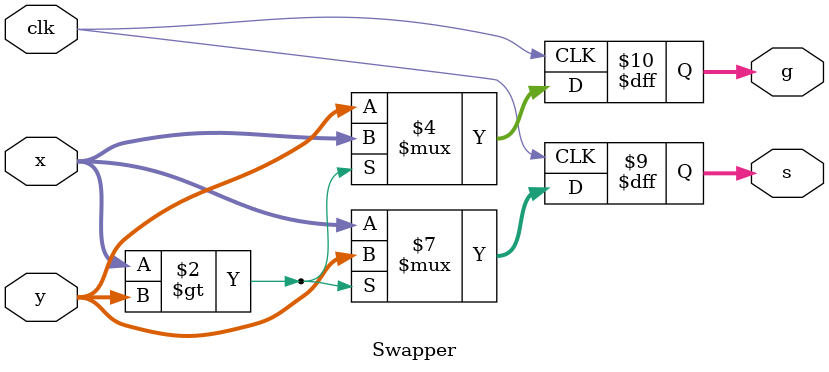
<source format=v>
`timescale 1ns / 1ps

module Swapper
	#(parameter N = 8)
	(
		input wire clk,
		input wire signed [N-1:0] x,y,
		output reg signed [N-1:0] s,g
    );
	
	always @(posedge clk)
		if(x>y)
			begin
				s = y;
				g = x;
			end
		else
			begin
				s = x;
				g = y;
			end
			
endmodule

</source>
